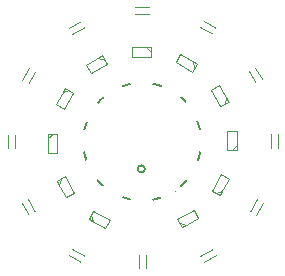
<source format=gto>
G04 #@! TF.GenerationSoftware,KiCad,Pcbnew,(5.1.12)-1*
G04 #@! TF.CreationDate,2021-11-24T10:48:37+01:00*
G04 #@! TF.ProjectId,solo-nixie,736f6c6f-2d6e-4697-9869-652e6b696361,rev?*
G04 #@! TF.SameCoordinates,Original*
G04 #@! TF.FileFunction,Legend,Top*
G04 #@! TF.FilePolarity,Positive*
%FSLAX46Y46*%
G04 Gerber Fmt 4.6, Leading zero omitted, Abs format (unit mm)*
G04 Created by KiCad (PCBNEW (5.1.12)-1) date 2021-11-24 10:48:37*
%MOMM*%
%LPD*%
G01*
G04 APERTURE LIST*
%ADD10C,0.150000*%
%ADD11C,0.120000*%
%ADD12O,1.000102X1.000102*%
%ADD13C,1.000102*%
%ADD14C,0.127000*%
%ADD15C,1.600102*%
%ADD16C,1.250102*%
G04 APERTURE END LIST*
D10*
X190700000Y-103900000D02*
G75*
G03*
X190700000Y-103900000I-300000J0D01*
G01*
X195475000Y-101606699D02*
G75*
G03*
X195475000Y-101606699I-5000000J0D01*
G01*
D11*
X183950962Y-97043782D02*
X184643782Y-97443782D01*
X184643782Y-97443782D02*
X183843782Y-98829423D01*
X183843782Y-98829423D02*
X183150962Y-98429423D01*
X183150962Y-98429423D02*
X183900962Y-97130385D01*
X183950962Y-97043782D02*
X183750962Y-97390192D01*
X183750962Y-97390192D02*
X184297372Y-97243782D01*
X183250962Y-104943782D02*
X183943782Y-104543782D01*
X183943782Y-104543782D02*
X184743782Y-105929423D01*
X184743782Y-105929423D02*
X184050962Y-106329423D01*
X184050962Y-106329423D02*
X183300962Y-105030385D01*
X183250962Y-104943782D02*
X183450962Y-105290192D01*
X183450962Y-105290192D02*
X183597372Y-104743782D01*
X182500000Y-100925400D02*
X183300000Y-100925400D01*
X183300000Y-100925400D02*
X183300000Y-102525400D01*
X183300000Y-102525400D02*
X182500000Y-102525400D01*
X182500000Y-102525400D02*
X182500000Y-101025400D01*
X182500000Y-100925400D02*
X182500000Y-101325400D01*
X182500000Y-101325400D02*
X182900000Y-100925400D01*
X187106218Y-94303590D02*
X187506218Y-94996410D01*
X187506218Y-94996410D02*
X186120577Y-95796410D01*
X186120577Y-95796410D02*
X185720577Y-95103590D01*
X185720577Y-95103590D02*
X187019615Y-94353590D01*
X187106218Y-94303590D02*
X186759808Y-94503590D01*
X186759808Y-94503590D02*
X187306218Y-94650000D01*
X191200000Y-93600000D02*
X191200000Y-94400000D01*
X191200000Y-94400000D02*
X189600000Y-94400000D01*
X189600000Y-94400000D02*
X189600000Y-93600000D01*
X189600000Y-93600000D02*
X191100000Y-93600000D01*
X191200000Y-93600000D02*
X190800000Y-93600000D01*
X190800000Y-93600000D02*
X191200000Y-94000000D01*
X195106218Y-95003590D02*
X194706218Y-95696410D01*
X194706218Y-95696410D02*
X193320577Y-94896410D01*
X193320577Y-94896410D02*
X193720577Y-94203590D01*
X193720577Y-94203590D02*
X195019615Y-94953590D01*
X195106218Y-95003590D02*
X194759808Y-94803590D01*
X194759808Y-94803590D02*
X194906218Y-95350000D01*
X197796410Y-98206218D02*
X197103590Y-98606218D01*
X197103590Y-98606218D02*
X196303590Y-97220577D01*
X196303590Y-97220577D02*
X196996410Y-96820577D01*
X196996410Y-96820577D02*
X197746410Y-98119615D01*
X197796410Y-98206218D02*
X197596410Y-97859808D01*
X197596410Y-97859808D02*
X197450000Y-98406218D01*
X198500000Y-102300000D02*
X197700000Y-102300000D01*
X197700000Y-102300000D02*
X197700000Y-100700000D01*
X197700000Y-100700000D02*
X198500000Y-100700000D01*
X198500000Y-100700000D02*
X198500000Y-102200000D01*
X198500000Y-102300000D02*
X198500000Y-101900000D01*
X198500000Y-101900000D02*
X198100000Y-102300000D01*
X197049038Y-106156218D02*
X196356218Y-105756218D01*
X196356218Y-105756218D02*
X197156218Y-104370577D01*
X197156218Y-104370577D02*
X197849038Y-104770577D01*
X197849038Y-104770577D02*
X197099038Y-106069615D01*
X197049038Y-106156218D02*
X197249038Y-105809808D01*
X197249038Y-105809808D02*
X196702628Y-105956218D01*
X193843782Y-108849038D02*
X193443782Y-108156218D01*
X193443782Y-108156218D02*
X194829423Y-107356218D01*
X194829423Y-107356218D02*
X195229423Y-108049038D01*
X195229423Y-108049038D02*
X193930385Y-108799038D01*
X193843782Y-108849038D02*
X194190192Y-108649038D01*
X194190192Y-108649038D02*
X193643782Y-108502628D01*
X185943782Y-108149038D02*
X186343782Y-107456218D01*
X186343782Y-107456218D02*
X187729423Y-108256218D01*
X187729423Y-108256218D02*
X187329423Y-108949038D01*
X187329423Y-108949038D02*
X186030385Y-108199038D01*
X185943782Y-108149038D02*
X186290192Y-108349038D01*
X186290192Y-108349038D02*
X186143782Y-107802628D01*
X190200000Y-112360000D02*
X190200000Y-111160000D01*
X190800000Y-111160000D02*
X190800000Y-112360000D01*
X181425208Y-95665360D02*
X180825208Y-96704590D01*
X180305592Y-96404590D02*
X180905592Y-95365360D01*
X180833208Y-106492985D02*
X181433208Y-107532215D01*
X180913592Y-107832215D02*
X180313592Y-106792985D01*
X179674800Y-101009400D02*
X179674800Y-102209400D01*
X179074800Y-102209400D02*
X179074800Y-101009400D01*
X185604590Y-91925208D02*
X184565360Y-92525208D01*
X184265360Y-92005592D02*
X185304590Y-91405592D01*
X191100000Y-90774800D02*
X189900000Y-90774800D01*
X189900000Y-90174800D02*
X191100000Y-90174800D01*
X196432215Y-92507808D02*
X195392985Y-91907808D01*
X195692985Y-91388192D02*
X196732215Y-91988192D01*
X200149392Y-96679190D02*
X199549392Y-95639960D01*
X200069008Y-95339960D02*
X200669008Y-96379190D01*
X201350600Y-102190600D02*
X201350600Y-100990600D01*
X201950600Y-100990600D02*
X201950600Y-102190600D01*
X199574792Y-107534640D02*
X200174792Y-106495410D01*
X200694408Y-106795410D02*
X200094408Y-107834640D01*
X195392985Y-111266792D02*
X196432215Y-110666792D01*
X196732215Y-111186408D02*
X195692985Y-111786408D01*
X184567785Y-110666792D02*
X185607015Y-111266792D01*
X185307015Y-111786408D02*
X184267785Y-111186408D01*
%LPC*%
X202955537Y-103932183D02*
X202977535Y-103791029D01*
X203390609Y-103614438D02*
X203524429Y-103683487D01*
X202728882Y-103174014D02*
X202771144Y-103226446D01*
X203225847Y-102391977D02*
X203175407Y-102436599D01*
X203148212Y-101851488D02*
X203149134Y-101708634D01*
X202926205Y-104120386D02*
X203914277Y-104274379D01*
X203383966Y-102926446D02*
X203418876Y-102356085D01*
X203296506Y-103599772D02*
X203390609Y-103614438D01*
X203323817Y-102350266D02*
X203225847Y-102391977D01*
X203418876Y-102356085D02*
X203323817Y-102350266D01*
X203244285Y-102870188D02*
X203383966Y-102926446D01*
X203383966Y-102926446D02*
X203479027Y-102932264D01*
X203432382Y-102091424D02*
X203289837Y-102042883D01*
X203122059Y-102528750D02*
X203113331Y-102671340D01*
X203175407Y-102436599D02*
X203122059Y-102528750D01*
X203624526Y-102893462D02*
X203725404Y-102804220D01*
X203603864Y-103792255D02*
X203636250Y-103893691D01*
X202987922Y-104033617D02*
X202955537Y-103932183D01*
X203787480Y-102569480D02*
X203745769Y-102471509D01*
X203552535Y-104121613D02*
X203443767Y-104201049D01*
X202823575Y-103184184D02*
X202781313Y-103131752D01*
X203479027Y-102932264D02*
X203624526Y-102893462D01*
X202771144Y-103226446D02*
X202823575Y-103184184D01*
X203039252Y-103704260D02*
X203148022Y-103624825D01*
X203067359Y-104142386D02*
X202987922Y-104033617D01*
X202977535Y-103791029D02*
X203039252Y-103704260D01*
X203614251Y-104034844D02*
X203552535Y-104121613D01*
X203524429Y-103683487D02*
X203603864Y-103792255D01*
X203725404Y-102804220D02*
X203778753Y-102712069D01*
X203148022Y-103624825D02*
X203296506Y-103599772D01*
X203195215Y-101947033D02*
X203148212Y-101851488D01*
X203778753Y-102712069D02*
X203787480Y-102569480D01*
X203060308Y-103209607D02*
X203723164Y-103280797D01*
X203155043Y-102769309D02*
X203244285Y-102870188D01*
X203636250Y-103893691D02*
X203614251Y-104034844D01*
X202781313Y-103131752D02*
X202728882Y-103174014D01*
X203813328Y-102093885D02*
X203146673Y-102089579D01*
X203113331Y-102671340D02*
X203155043Y-102769309D01*
X203289837Y-102042883D02*
X203195215Y-101947033D01*
X203745769Y-102471509D02*
X203656526Y-102370631D01*
X201236410Y-94687777D02*
X201206498Y-94819102D01*
X203773810Y-100618730D02*
X203760391Y-100476505D01*
X203141796Y-101263089D02*
X203136169Y-101120342D01*
X203193129Y-101356377D02*
X203141796Y-101263089D01*
X203292045Y-101447790D02*
X203193129Y-101356377D01*
X203165820Y-99569291D02*
X203634427Y-99484634D01*
X203436666Y-101489745D02*
X203292045Y-101447790D01*
X203416907Y-100891556D02*
X203363232Y-100322654D01*
X203072699Y-99053825D02*
X203541305Y-98969168D01*
X202305874Y-97117458D02*
X202252681Y-96984874D01*
X202389226Y-95648313D02*
X201711235Y-95793410D01*
X202995914Y-97648782D02*
X203116239Y-97558241D01*
X203166446Y-100771696D02*
X203270209Y-100857567D01*
X203178070Y-100387955D02*
X203135134Y-100439837D01*
X202910653Y-99228269D02*
X202940583Y-99126081D01*
X203003775Y-99743734D02*
X203033704Y-99641547D01*
X203817323Y-101474741D02*
X203151174Y-101500999D01*
X203735347Y-100718021D02*
X203773810Y-100618730D01*
X203013256Y-97090193D02*
X202085167Y-97462551D01*
X203110091Y-100681352D02*
X203166446Y-100771696D01*
X202940583Y-99126081D02*
X203072699Y-99053825D01*
X203268415Y-100331601D02*
X203178070Y-100387955D01*
X203363232Y-100322654D02*
X203268415Y-100331601D01*
X203278564Y-98645981D02*
X203403950Y-98562590D01*
X202228343Y-97906004D02*
X202995914Y-97648782D01*
X202628039Y-96272492D02*
X202651303Y-96209294D01*
X202564841Y-96249228D02*
X202628039Y-96272492D01*
X203424948Y-98458202D02*
X203387512Y-98320338D01*
X201711235Y-95793410D02*
X202210232Y-95312031D01*
X202571310Y-97267506D02*
X202385531Y-97188117D01*
X202385531Y-97188117D02*
X202305874Y-97117458D01*
X203704037Y-100386161D02*
X203600274Y-100300290D01*
X203760391Y-100476505D02*
X203704037Y-100386161D01*
X203029172Y-99884315D02*
X203003775Y-99743734D01*
X203649477Y-100821783D02*
X203735347Y-100718021D01*
X203403950Y-98562590D02*
X203424948Y-98458202D01*
X202376265Y-96781364D02*
X202818212Y-96604051D01*
X202252681Y-96984874D02*
X202261412Y-96878753D01*
X203511724Y-100882611D02*
X203649477Y-100821783D01*
X202651303Y-96209294D02*
X202588105Y-96186030D01*
X203416907Y-100891556D02*
X203511724Y-100882611D01*
X203270209Y-100857567D02*
X203416907Y-100891556D01*
X203096672Y-100539127D02*
X203110091Y-100681352D01*
X201216894Y-94925072D02*
X201292953Y-95045998D01*
X203092963Y-99969571D02*
X203029172Y-99884315D01*
X203135134Y-100439837D02*
X203096672Y-100539127D01*
X203033704Y-99641547D02*
X203165820Y-99569291D01*
X201890231Y-96129694D02*
X202389226Y-95648313D01*
X203258941Y-100084757D02*
X203092963Y-99969571D01*
X201331984Y-94571411D02*
X201236410Y-94687777D01*
X203387512Y-98320338D02*
X203316600Y-98240905D01*
X202589793Y-97935543D02*
X202483879Y-97619485D01*
X203116239Y-97558241D02*
X203131127Y-97452807D01*
X201206498Y-94819102D02*
X201216894Y-94925072D01*
X203316600Y-98240905D02*
X203141299Y-98140477D01*
X203131127Y-97452807D02*
X203100866Y-97362504D01*
X202999842Y-99454105D02*
X202936050Y-99368850D01*
X203727548Y-100000100D02*
X203071499Y-100118619D01*
X202819014Y-98770767D02*
X203278564Y-98645981D01*
X202210232Y-95312031D02*
X201532241Y-95457130D01*
X202681750Y-98265262D02*
X203325119Y-98090562D01*
X202261412Y-96878753D02*
X202376265Y-96781364D01*
X203165820Y-99569291D02*
X202999842Y-99454105D01*
X202936050Y-99368850D02*
X202910653Y-99228269D01*
X200377409Y-93502315D02*
X200362479Y-93636172D01*
X201837762Y-94928354D02*
X201867675Y-94797030D01*
X199861431Y-93118960D02*
X199832240Y-93016559D01*
X201292953Y-95045998D02*
X201383968Y-95101264D01*
X201498877Y-94128808D02*
X200955471Y-94515014D01*
X199133328Y-91537623D02*
X198998943Y-91546648D01*
X198797610Y-92066380D02*
X198905167Y-92160401D01*
X199384293Y-91757004D02*
X199343929Y-91658472D01*
X200570600Y-93896551D02*
X200704458Y-93911480D01*
X200449608Y-92774144D02*
X200478798Y-92876543D01*
X198757247Y-91967850D02*
X198797610Y-92066380D01*
X199343929Y-91658472D02*
X199236372Y-91564451D01*
X200817540Y-94320939D02*
X200734782Y-94204496D01*
X200808840Y-93279392D02*
X200674983Y-93264462D01*
X199429694Y-92593329D02*
X199328269Y-92560910D01*
X199328269Y-92560910D02*
X199226012Y-92461153D01*
X200191888Y-93268347D02*
X200057331Y-93262415D01*
X200994697Y-93435645D02*
X200905501Y-93324054D01*
X201002032Y-93673627D02*
X201016963Y-93539770D01*
X199564371Y-92591661D02*
X199429694Y-92593329D01*
X200920173Y-93800020D02*
X201002032Y-93673627D01*
X199957898Y-93224325D02*
X199861431Y-93118960D01*
X200353140Y-92668777D02*
X200449608Y-92774144D01*
X200086521Y-93364815D02*
X200824087Y-92689540D01*
X200057331Y-93262415D02*
X199957898Y-93224325D01*
X199008212Y-92187229D02*
X199142597Y-92178205D01*
X199236372Y-91564451D02*
X199133328Y-91537623D01*
X199964233Y-92249970D02*
X199498699Y-92727173D01*
X200704458Y-93911480D02*
X200845779Y-93859482D01*
X200905501Y-93324054D02*
X200808840Y-93279392D01*
X200119150Y-92624755D02*
X200253706Y-92630688D01*
X199393317Y-91891388D02*
X199384293Y-91757004D01*
X200911528Y-94370983D02*
X200817540Y-94320939D01*
X199832240Y-93016559D02*
X199838172Y-92882004D01*
X199335149Y-92030284D02*
X199393317Y-91891388D01*
X198779564Y-91797613D02*
X198752735Y-91900657D01*
X201188360Y-94349497D02*
X201044329Y-94393441D01*
X199911384Y-92750413D02*
X199981627Y-92686102D01*
X199272469Y-92101990D02*
X199335149Y-92030284D01*
X201016963Y-93539770D02*
X200994697Y-93435645D01*
X200478798Y-92876543D02*
X200472866Y-93011100D01*
X199698214Y-92522657D02*
X199564371Y-92591661D01*
X198905167Y-92160401D02*
X199008212Y-92187229D01*
X200384745Y-93740297D02*
X200473940Y-93851888D01*
X198752735Y-91900657D02*
X198757247Y-91967850D01*
X201781220Y-94570133D02*
X201690206Y-94514868D01*
X200253706Y-92630688D02*
X200353140Y-92668777D01*
X200473940Y-93851888D02*
X200570600Y-93896551D01*
X201867675Y-94797030D02*
X201857278Y-94691060D01*
X200005441Y-93799631D02*
X200786574Y-93175266D01*
X201661570Y-95095427D02*
X201742188Y-95044722D01*
X201383968Y-95101264D02*
X201515290Y-95131176D01*
X199981627Y-92686102D02*
X200119150Y-92624755D01*
X200362479Y-93636172D02*
X200384745Y-93740297D01*
X201515290Y-95131176D02*
X201661570Y-95095427D01*
X199142597Y-92178205D02*
X199272469Y-92101990D01*
X201412602Y-94520705D02*
X201331984Y-94571411D01*
X201558882Y-94484956D02*
X201412602Y-94520705D01*
X201742188Y-95044722D02*
X201837762Y-94928354D01*
X200845779Y-93859482D02*
X200920173Y-93800020D01*
X201690206Y-94514868D02*
X201558882Y-94484956D01*
X201044329Y-94393441D02*
X200911528Y-94370983D01*
X201857278Y-94691060D02*
X201781220Y-94570133D01*
X199838172Y-92882004D02*
X199911384Y-92750413D01*
X197494050Y-91001669D02*
X197585467Y-91121330D01*
X196825538Y-89870389D02*
X196719129Y-89866555D01*
X198613161Y-91047970D02*
X198726313Y-91135176D01*
X198375086Y-91044848D02*
X198470941Y-90998482D01*
X197722219Y-90580999D02*
X197815124Y-90528972D01*
X196191652Y-89541195D02*
X196062063Y-89481071D01*
X197903570Y-90992004D02*
X197733368Y-90818834D01*
X197733368Y-90818834D02*
X197681342Y-90725929D01*
X195715134Y-90002543D02*
X195781487Y-90085820D01*
X195668824Y-89876068D02*
X195715134Y-90002543D01*
X197695462Y-90620390D02*
X197722219Y-90580999D01*
X197681342Y-90725929D02*
X197695462Y-90620390D01*
X196867154Y-90489869D02*
X196977398Y-90387291D01*
X196445345Y-90368126D02*
X196506124Y-90455554D01*
X195725835Y-89640044D02*
X195685753Y-89726437D01*
X196304313Y-89750948D02*
X196258003Y-89624473D01*
X198142537Y-91346585D02*
X198122117Y-91451088D01*
X198122117Y-91451088D02*
X198206200Y-91576011D01*
X197960053Y-90569849D02*
X198078228Y-90650117D01*
X197815124Y-90528972D02*
X197960053Y-90569849D01*
X195685753Y-89726437D02*
X195668824Y-89876068D01*
X197848573Y-91242474D02*
X197941476Y-91190447D01*
X196737928Y-90527833D02*
X196867154Y-90489869D01*
X196950931Y-89938834D02*
X196825538Y-89870389D01*
X198319351Y-91663217D02*
X198461570Y-91712705D01*
X198810395Y-91260099D02*
X198789975Y-91364603D01*
X198325598Y-91187067D02*
X198346019Y-91082564D01*
X198577845Y-91561837D02*
X198531481Y-91465983D01*
X196407381Y-90238900D02*
X196445345Y-90368126D01*
X195781487Y-90085820D02*
X195911076Y-90145945D01*
X198371963Y-91282923D02*
X198325598Y-91187067D01*
X198206200Y-91576011D02*
X198319351Y-91663217D01*
X196719129Y-89866555D02*
X196589902Y-89904521D01*
X196287386Y-89900580D02*
X196304313Y-89750948D01*
X197011712Y-90026262D02*
X196950931Y-89938834D01*
X198726313Y-91135176D02*
X198810395Y-91260099D01*
X198842243Y-91725909D02*
X198779564Y-91797613D01*
X198470941Y-90998482D02*
X198613161Y-91047970D01*
X198557425Y-91666340D02*
X198577845Y-91561837D01*
X198461570Y-91712705D02*
X198557425Y-91666340D01*
X197539035Y-90346177D02*
X197523265Y-90280703D01*
X197585467Y-91121330D02*
X197703642Y-91201597D01*
X197049675Y-90155488D02*
X197011712Y-90026262D01*
X197023028Y-90303695D02*
X197049675Y-90155488D01*
X196247305Y-89986971D02*
X196287386Y-89900580D01*
X197955597Y-91084908D02*
X197903570Y-90992004D01*
X196258003Y-89624473D02*
X196191652Y-89541195D01*
X197508170Y-90896130D02*
X197494050Y-91001669D01*
X197523265Y-90280703D02*
X197457795Y-90296475D01*
X196631518Y-90524000D02*
X196737928Y-90527833D01*
X197473565Y-90361945D02*
X197539035Y-90346177D01*
X196143985Y-90096519D02*
X196247305Y-89986971D01*
X196977398Y-90387291D02*
X197023028Y-90303695D01*
X196506124Y-90455554D02*
X196631518Y-90524000D01*
X198169646Y-90769776D02*
X198155525Y-90875316D01*
X199272469Y-92101990D02*
X198842243Y-91725909D01*
X198346019Y-91082564D02*
X198375086Y-91044848D01*
X197703642Y-91201597D02*
X197848573Y-91242474D01*
X198078228Y-90650117D02*
X198169646Y-90769776D01*
X197941476Y-91190447D02*
X197955597Y-91084908D01*
X195955629Y-89484187D02*
X195829154Y-89530497D01*
X198531481Y-91465983D02*
X198371963Y-91282923D01*
X196062063Y-89481071D02*
X195955629Y-89484187D01*
X195829154Y-89530497D02*
X195725835Y-89640044D01*
X184049515Y-89789268D02*
X183943138Y-89793926D01*
X196017510Y-90142830D02*
X196143985Y-90096519D01*
X195911076Y-90145945D02*
X196017510Y-90142830D01*
X194443337Y-89340299D02*
X194605715Y-88892649D01*
X194439387Y-89490831D02*
X194443337Y-89340299D01*
X186337662Y-89439941D02*
X186231952Y-89427164D01*
X185696887Y-89062190D02*
X185815371Y-88969255D01*
X185639272Y-89183933D02*
X185696887Y-89062190D01*
X185488306Y-89645524D02*
X185474709Y-89495553D01*
X184336343Y-90011190D02*
X184290066Y-89927951D01*
X183721216Y-90080753D02*
X183749012Y-90228751D01*
X185103946Y-89241882D02*
X184973052Y-89299110D01*
X195139388Y-89795404D02*
X195005093Y-89746690D01*
X186145278Y-88901869D02*
X186267019Y-88959485D01*
X185764270Y-89392096D02*
X185687367Y-89318450D01*
X186475436Y-89542393D02*
X186398532Y-89468748D01*
X194512680Y-89568072D02*
X194439387Y-89490831D01*
X194752741Y-89604498D02*
X194646974Y-89616786D01*
X184495632Y-89514648D02*
X184939386Y-90410797D01*
X195245156Y-89783115D02*
X195139388Y-89795404D01*
X185687367Y-89318450D02*
X185639272Y-89183933D01*
X185994729Y-88905127D02*
X186145278Y-88901869D01*
X185815371Y-88969255D02*
X185994729Y-88905127D01*
X184907503Y-89743540D02*
X185008362Y-89855357D01*
X185210285Y-89247362D02*
X185103946Y-89241882D01*
X184035840Y-90450671D02*
X184142217Y-90446014D01*
X183906324Y-90413709D02*
X184035840Y-90450671D01*
X185133776Y-89904469D02*
X185240114Y-89909948D01*
X183749012Y-90228751D02*
X183795289Y-90311990D01*
X185371008Y-89852721D02*
X185439195Y-89770937D01*
X185439195Y-89770937D02*
X185488306Y-89645524D01*
X194646974Y-89616786D02*
X194512680Y-89568072D01*
X194935751Y-89518916D02*
X194752741Y-89604498D01*
X186507500Y-89632071D02*
X186475436Y-89542393D01*
X194935751Y-89518916D02*
X195098129Y-89071265D01*
X185008362Y-89855357D02*
X185133776Y-89904469D01*
X185335698Y-89296472D02*
X185210285Y-89247362D01*
X185474709Y-89495553D02*
X185436558Y-89408291D01*
X194931801Y-89669449D02*
X194935751Y-89518916D01*
X184142217Y-90446014D02*
X184267076Y-90376599D01*
X195005093Y-89746690D02*
X194931801Y-89669449D01*
X184290066Y-89927951D02*
X184179031Y-89826229D01*
X195428165Y-89697532D02*
X195245156Y-89783115D01*
X183818279Y-89863341D02*
X183758178Y-89951237D01*
X186449885Y-89753814D02*
X186507500Y-89632071D01*
X195590545Y-89249884D02*
X195363213Y-89876595D01*
X186398532Y-89468748D02*
X186337662Y-89439941D01*
X183758178Y-89951237D02*
X183721216Y-90080753D01*
X186331400Y-89846749D02*
X186449885Y-89753814D01*
X184179031Y-89826229D02*
X184049515Y-89789268D01*
X185240114Y-89909948D02*
X185371008Y-89852721D01*
X184855755Y-89506308D02*
X184869352Y-89656278D01*
X184973052Y-89299110D02*
X184904867Y-89380893D01*
X183943138Y-89793926D02*
X183818279Y-89863341D01*
X185879752Y-89856520D02*
X186001495Y-89914134D01*
X184904867Y-89380893D02*
X184855755Y-89506308D01*
X185930853Y-89433678D02*
X185825143Y-89420904D01*
X186152044Y-89910877D02*
X186331400Y-89846749D01*
X184869352Y-89656278D02*
X184907503Y-89743540D01*
X183795289Y-90311990D02*
X183906324Y-90413709D01*
X186001495Y-89914134D02*
X186152044Y-89910877D01*
X185436558Y-89408291D02*
X185335698Y-89296472D01*
X186231952Y-89427164D02*
X185930853Y-89433678D01*
X185825143Y-89420904D02*
X185764270Y-89392096D01*
X181269453Y-92932053D02*
X181271279Y-92999372D01*
X180366077Y-93292015D02*
X180469278Y-93318231D01*
X180754333Y-93061062D02*
X180744513Y-92926734D01*
X180130214Y-92836595D02*
X180103996Y-92939796D01*
X180728116Y-93164263D02*
X180754333Y-93061062D01*
X180103996Y-92939796D02*
X180113816Y-93074124D01*
X181224087Y-91709286D02*
X181310800Y-92552674D01*
X180847466Y-92073335D02*
X181687423Y-92188623D01*
X182076540Y-92169423D02*
X182072431Y-92236642D01*
X182072431Y-92236642D02*
X182139649Y-92240751D01*
X181096591Y-92768322D02*
X180612578Y-92309872D01*
X182143758Y-92173534D02*
X182076540Y-92169423D01*
X181271279Y-92999372D02*
X181338597Y-92997546D01*
X181336772Y-92930227D02*
X181269453Y-92932053D01*
X180667530Y-92797315D02*
X180595456Y-92735060D01*
X180294003Y-93229761D02*
X180366077Y-93292015D01*
X181338597Y-92997546D02*
X181336772Y-92930227D01*
X180223597Y-92728483D02*
X180130214Y-92836595D01*
X180321888Y-92687535D02*
X180223597Y-92728483D01*
X180536443Y-93313322D02*
X180634735Y-93272374D01*
X180667530Y-92797315D02*
X180294003Y-93229761D01*
X180469278Y-93318231D02*
X180536443Y-93313322D01*
X180456216Y-92677717D02*
X180321888Y-92687535D01*
X180744513Y-92926734D02*
X180667530Y-92797315D01*
X180634735Y-93272374D02*
X180728116Y-93164263D01*
X184327177Y-90288702D02*
X184364139Y-90159186D01*
X184364139Y-90159186D02*
X184336343Y-90011190D01*
X184267076Y-90376599D02*
X184327177Y-90288702D01*
X183593832Y-90469395D02*
X182880061Y-90943972D01*
X181805400Y-91216402D02*
X182427501Y-91999338D01*
X182949458Y-91584605D02*
X181805400Y-91216402D01*
X180595456Y-92735060D02*
X180456216Y-92677717D01*
X182327359Y-90801668D02*
X182949458Y-91584605D01*
X181918771Y-91991104D02*
X181477012Y-91491810D01*
X182139649Y-92240751D02*
X182143758Y-92173534D01*
D12*
X187960000Y-88900000D03*
X189230000Y-88900000D03*
X190500000Y-88900000D03*
X191770000Y-88900000D03*
D13*
X193040000Y-88900000D03*
D14*
G36*
X189456990Y-106724441D02*
G01*
X189857010Y-104724339D01*
X190957094Y-104724339D01*
X191357114Y-106724441D01*
X189456990Y-106724441D01*
G37*
G36*
X192133338Y-106516453D02*
G01*
X191479714Y-104584303D01*
X192432415Y-104034261D01*
X193778893Y-105566391D01*
X192133338Y-106516453D01*
G37*
G36*
X194416743Y-104979501D02*
G01*
X192884613Y-103633023D01*
X193434655Y-102680322D01*
X195366805Y-103333946D01*
X194416743Y-104979501D01*
G37*
G36*
X195556140Y-102488108D02*
G01*
X193556038Y-102088088D01*
X193556038Y-100988004D01*
X195556140Y-100587984D01*
X195556140Y-102488108D01*
G37*
G36*
X195348152Y-99811760D02*
G01*
X193416002Y-100465384D01*
X192865960Y-99512683D01*
X194398090Y-98166205D01*
X195348152Y-99811760D01*
G37*
G36*
X193847803Y-97664956D02*
G01*
X192501325Y-99197086D01*
X191548624Y-98647044D01*
X192202248Y-96714894D01*
X193847803Y-97664956D01*
G37*
G36*
X191356409Y-96525559D02*
G01*
X190956389Y-98525661D01*
X189856305Y-98525661D01*
X189456285Y-96525559D01*
X191356409Y-96525559D01*
G37*
G36*
X188680061Y-96733547D02*
G01*
X189333685Y-98665697D01*
X188380984Y-99215739D01*
X187034506Y-97683609D01*
X188680061Y-96733547D01*
G37*
G36*
X186533257Y-98233896D02*
G01*
X188065387Y-99580374D01*
X187515345Y-100533075D01*
X185583195Y-99879451D01*
X186533257Y-98233896D01*
G37*
G36*
X185357258Y-100588688D02*
G01*
X187357360Y-100988708D01*
X187357360Y-102088792D01*
X185357258Y-102488812D01*
X185357258Y-100588688D01*
G37*
G36*
X185565246Y-103265036D02*
G01*
X187497396Y-102611412D01*
X188047438Y-103564113D01*
X186515308Y-104910591D01*
X185565246Y-103265036D01*
G37*
G36*
X187102198Y-105548442D02*
G01*
X188448676Y-104016312D01*
X189401377Y-104566354D01*
X188747753Y-106498504D01*
X187102198Y-105548442D01*
G37*
D15*
X187000000Y-114050000D03*
X194000000Y-114050000D03*
D16*
X188000000Y-111350000D03*
X193000000Y-111350000D03*
G36*
G01*
X184266943Y-98496385D02*
X184666943Y-97803565D01*
G75*
G02*
X184667013Y-97803546I44J-25D01*
G01*
X185533039Y-98303546D01*
G75*
G02*
X185533057Y-98303615I-26J-44D01*
G01*
X185133057Y-98996435D01*
G75*
G02*
X185132987Y-98996454I-44J25D01*
G01*
X184266961Y-98496454D01*
G75*
G02*
X184266943Y-98496385I26J44D01*
G01*
G37*
G36*
G01*
X181886687Y-98219109D02*
X182286687Y-97526289D01*
G75*
G02*
X182286757Y-97526270I44J-25D01*
G01*
X183152783Y-98026270D01*
G75*
G02*
X183152801Y-98026339I-26J-44D01*
G01*
X182752801Y-98719159D01*
G75*
G02*
X182752731Y-98719178I-44J25D01*
G01*
X181886705Y-98219178D01*
G75*
G02*
X181886687Y-98219109I26J44D01*
G01*
G37*
G36*
G01*
X182836687Y-96573661D02*
X183236687Y-95880841D01*
G75*
G02*
X183236757Y-95880822I44J-25D01*
G01*
X184102783Y-96380822D01*
G75*
G02*
X184102801Y-96380891I-26J-44D01*
G01*
X183702801Y-97073711D01*
G75*
G02*
X183702731Y-97073730I-44J25D01*
G01*
X182836705Y-96573730D01*
G75*
G02*
X182836687Y-96573661I26J44D01*
G01*
G37*
G36*
G01*
X184666943Y-105396435D02*
X184266943Y-104703615D01*
G75*
G02*
X184266962Y-104703546I44J25D01*
G01*
X185132988Y-104203546D01*
G75*
G02*
X185133057Y-104203565I25J-44D01*
G01*
X185533057Y-104896385D01*
G75*
G02*
X185533039Y-104896454I-44J-25D01*
G01*
X184667013Y-105396454D01*
G75*
G02*
X184666943Y-105396435I-26J44D01*
G01*
G37*
G36*
G01*
X183236687Y-107319159D02*
X182836687Y-106626339D01*
G75*
G02*
X182836706Y-106626270I44J25D01*
G01*
X183702732Y-106126270D01*
G75*
G02*
X183702801Y-106126289I25J-44D01*
G01*
X184102801Y-106819109D01*
G75*
G02*
X184102783Y-106819178I-44J-25D01*
G01*
X183236757Y-107319178D01*
G75*
G02*
X183236687Y-107319159I-26J44D01*
G01*
G37*
G36*
G01*
X182286687Y-105673711D02*
X181886687Y-104980891D01*
G75*
G02*
X181886706Y-104980822I44J25D01*
G01*
X182752732Y-104480822D01*
G75*
G02*
X182752801Y-104480841I25J-44D01*
G01*
X183152801Y-105173661D01*
G75*
G02*
X183152783Y-105173730I-44J-25D01*
G01*
X182286757Y-105673730D01*
G75*
G02*
X182286687Y-105673711I-26J44D01*
G01*
G37*
G36*
G01*
X183499949Y-102025400D02*
X183499949Y-101225400D01*
G75*
G02*
X183500000Y-101225349I51J0D01*
G01*
X184500000Y-101225349D01*
G75*
G02*
X184500051Y-101225400I0J-51D01*
G01*
X184500051Y-102025400D01*
G75*
G02*
X184500000Y-102025451I-51J0D01*
G01*
X183500000Y-102025451D01*
G75*
G02*
X183499949Y-102025400I0J51D01*
G01*
G37*
G36*
G01*
X181299949Y-102975400D02*
X181299949Y-102175400D01*
G75*
G02*
X181300000Y-102175349I51J0D01*
G01*
X182300000Y-102175349D01*
G75*
G02*
X182300051Y-102175400I0J-51D01*
G01*
X182300051Y-102975400D01*
G75*
G02*
X182300000Y-102975451I-51J0D01*
G01*
X181300000Y-102975451D01*
G75*
G02*
X181299949Y-102975400I0J51D01*
G01*
G37*
G36*
G01*
X181299949Y-101075400D02*
X181299949Y-100275400D01*
G75*
G02*
X181300000Y-100275349I51J0D01*
G01*
X182300000Y-100275349D01*
G75*
G02*
X182300051Y-100275400I0J-51D01*
G01*
X182300051Y-101075400D01*
G75*
G02*
X182300000Y-101075451I-51J0D01*
G01*
X181300000Y-101075451D01*
G75*
G02*
X181299949Y-101075400I0J51D01*
G01*
G37*
G36*
G01*
X186653565Y-95719571D02*
X187346385Y-95319571D01*
G75*
G02*
X187346454Y-95319589I25J-44D01*
G01*
X187846454Y-96185615D01*
G75*
G02*
X187846436Y-96185685I-44J-26D01*
G01*
X187153616Y-96585685D01*
G75*
G02*
X187153546Y-96585666I-26J44D01*
G01*
X186653546Y-95719640D01*
G75*
G02*
X186653565Y-95719571I44J25D01*
G01*
G37*
G36*
G01*
X184730841Y-94289315D02*
X185423661Y-93889315D01*
G75*
G02*
X185423730Y-93889333I25J-44D01*
G01*
X185923730Y-94755359D01*
G75*
G02*
X185923712Y-94755429I-44J-26D01*
G01*
X185230892Y-95155429D01*
G75*
G02*
X185230822Y-95155410I-26J44D01*
G01*
X184730822Y-94289384D01*
G75*
G02*
X184730841Y-94289315I44J25D01*
G01*
G37*
G36*
G01*
X186376289Y-93339315D02*
X187069109Y-92939315D01*
G75*
G02*
X187069178Y-92939333I25J-44D01*
G01*
X187569178Y-93805359D01*
G75*
G02*
X187569160Y-93805429I-44J-26D01*
G01*
X186876340Y-94205429D01*
G75*
G02*
X186876270Y-94205410I-26J44D01*
G01*
X186376270Y-93339384D01*
G75*
G02*
X186376289Y-93339315I44J25D01*
G01*
G37*
G36*
G01*
X190100000Y-94599949D02*
X190900000Y-94599949D01*
G75*
G02*
X190900051Y-94600000I0J-51D01*
G01*
X190900051Y-95600000D01*
G75*
G02*
X190900000Y-95600051I-51J0D01*
G01*
X190100000Y-95600051D01*
G75*
G02*
X190099949Y-95600000I0J51D01*
G01*
X190099949Y-94600000D01*
G75*
G02*
X190100000Y-94599949I51J0D01*
G01*
G37*
G36*
G01*
X189150000Y-92399949D02*
X189950000Y-92399949D01*
G75*
G02*
X189950051Y-92400000I0J-51D01*
G01*
X189950051Y-93400000D01*
G75*
G02*
X189950000Y-93400051I-51J0D01*
G01*
X189150000Y-93400051D01*
G75*
G02*
X189149949Y-93400000I0J51D01*
G01*
X189149949Y-92400000D01*
G75*
G02*
X189150000Y-92399949I51J0D01*
G01*
G37*
G36*
G01*
X191050000Y-92399949D02*
X191850000Y-92399949D01*
G75*
G02*
X191850051Y-92400000I0J-51D01*
G01*
X191850051Y-93400000D01*
G75*
G02*
X191850000Y-93400051I-51J0D01*
G01*
X191050000Y-93400051D01*
G75*
G02*
X191049949Y-93400000I0J51D01*
G01*
X191049949Y-92400000D01*
G75*
G02*
X191050000Y-92399949I51J0D01*
G01*
G37*
G36*
G01*
X193653616Y-95319571D02*
X194346436Y-95719571D01*
G75*
G02*
X194346454Y-95719640I-26J-44D01*
G01*
X193846454Y-96585666D01*
G75*
G02*
X193846384Y-96585685I-44J25D01*
G01*
X193153564Y-96185685D01*
G75*
G02*
X193153546Y-96185616I26J44D01*
G01*
X193653546Y-95319590D01*
G75*
G02*
X193653616Y-95319571I44J-25D01*
G01*
G37*
G36*
G01*
X193930892Y-92939315D02*
X194623712Y-93339315D01*
G75*
G02*
X194623730Y-93339384I-26J-44D01*
G01*
X194123730Y-94205410D01*
G75*
G02*
X194123660Y-94205429I-44J25D01*
G01*
X193430840Y-93805429D01*
G75*
G02*
X193430822Y-93805360I26J44D01*
G01*
X193930822Y-92939334D01*
G75*
G02*
X193930892Y-92939315I44J-25D01*
G01*
G37*
G36*
G01*
X195576340Y-93889315D02*
X196269160Y-94289315D01*
G75*
G02*
X196269178Y-94289384I-26J-44D01*
G01*
X195769178Y-95155410D01*
G75*
G02*
X195769108Y-95155429I-44J25D01*
G01*
X195076288Y-94755429D01*
G75*
G02*
X195076270Y-94755360I26J44D01*
G01*
X195576270Y-93889334D01*
G75*
G02*
X195576340Y-93889315I44J-25D01*
G01*
G37*
G36*
G01*
X196380429Y-97753565D02*
X196780429Y-98446384D01*
G75*
G02*
X196780411Y-98446454I-44J-26D01*
G01*
X195914385Y-98946454D01*
G75*
G02*
X195914315Y-98946435I-26J44D01*
G01*
X195514315Y-98253615D01*
G75*
G02*
X195514334Y-98253546I44J25D01*
G01*
X196380360Y-97753546D01*
G75*
G02*
X196380429Y-97753565I25J-44D01*
G01*
G37*
G36*
G01*
X197810685Y-95830841D02*
X198210685Y-96523660D01*
G75*
G02*
X198210667Y-96523730I-44J-26D01*
G01*
X197344641Y-97023730D01*
G75*
G02*
X197344571Y-97023711I-26J44D01*
G01*
X196944571Y-96330891D01*
G75*
G02*
X196944590Y-96330822I44J25D01*
G01*
X197810616Y-95830822D01*
G75*
G02*
X197810685Y-95830841I25J-44D01*
G01*
G37*
G36*
G01*
X198760685Y-97476289D02*
X199160685Y-98169108D01*
G75*
G02*
X199160667Y-98169178I-44J-26D01*
G01*
X198294641Y-98669178D01*
G75*
G02*
X198294571Y-98669159I-26J44D01*
G01*
X197894571Y-97976339D01*
G75*
G02*
X197894590Y-97976270I44J25D01*
G01*
X198760616Y-97476270D01*
G75*
G02*
X198760685Y-97476289I25J-44D01*
G01*
G37*
G36*
G01*
X197500051Y-101200000D02*
X197500051Y-102000000D01*
G75*
G02*
X197500000Y-102000051I-51J0D01*
G01*
X196500000Y-102000051D01*
G75*
G02*
X196499949Y-102000000I0J51D01*
G01*
X196499949Y-101200000D01*
G75*
G02*
X196500000Y-101199949I51J0D01*
G01*
X197500000Y-101199949D01*
G75*
G02*
X197500051Y-101200000I0J-51D01*
G01*
G37*
G36*
G01*
X199700051Y-100250000D02*
X199700051Y-101050000D01*
G75*
G02*
X199700000Y-101050051I-51J0D01*
G01*
X198700000Y-101050051D01*
G75*
G02*
X198699949Y-101050000I0J51D01*
G01*
X198699949Y-100250000D01*
G75*
G02*
X198700000Y-100249949I51J0D01*
G01*
X199700000Y-100249949D01*
G75*
G02*
X199700051Y-100250000I0J-51D01*
G01*
G37*
G36*
G01*
X199700051Y-102150000D02*
X199700051Y-102950000D01*
G75*
G02*
X199700000Y-102950051I-51J0D01*
G01*
X198700000Y-102950051D01*
G75*
G02*
X198699949Y-102950000I0J51D01*
G01*
X198699949Y-102150000D01*
G75*
G02*
X198700000Y-102149949I51J0D01*
G01*
X199700000Y-102149949D01*
G75*
G02*
X199700051Y-102150000I0J-51D01*
G01*
G37*
G36*
G01*
X196733057Y-104703615D02*
X196333057Y-105396435D01*
G75*
G02*
X196332987Y-105396454I-44J25D01*
G01*
X195466961Y-104896454D01*
G75*
G02*
X195466943Y-104896385I26J44D01*
G01*
X195866943Y-104203565D01*
G75*
G02*
X195867013Y-104203546I44J-25D01*
G01*
X196733039Y-104703546D01*
G75*
G02*
X196733057Y-104703615I-26J-44D01*
G01*
G37*
G36*
G01*
X199113313Y-104980891D02*
X198713313Y-105673711D01*
G75*
G02*
X198713243Y-105673730I-44J25D01*
G01*
X197847217Y-105173730D01*
G75*
G02*
X197847199Y-105173661I26J44D01*
G01*
X198247199Y-104480841D01*
G75*
G02*
X198247269Y-104480822I44J-25D01*
G01*
X199113295Y-104980822D01*
G75*
G02*
X199113313Y-104980891I-26J-44D01*
G01*
G37*
G36*
G01*
X198163313Y-106626339D02*
X197763313Y-107319159D01*
G75*
G02*
X197763243Y-107319178I-44J25D01*
G01*
X196897217Y-106819178D01*
G75*
G02*
X196897199Y-106819109I26J44D01*
G01*
X197297199Y-106126289D01*
G75*
G02*
X197297269Y-106126270I44J-25D01*
G01*
X198163295Y-106626270D01*
G75*
G02*
X198163313Y-106626339I-26J-44D01*
G01*
G37*
G36*
G01*
X194296436Y-107433057D02*
X193603616Y-107833057D01*
G75*
G02*
X193603546Y-107833038I-26J44D01*
G01*
X193103546Y-106967012D01*
G75*
G02*
X193103565Y-106966943I44J25D01*
G01*
X193796385Y-106566943D01*
G75*
G02*
X193796454Y-106566962I25J-44D01*
G01*
X194296454Y-107432988D01*
G75*
G02*
X194296436Y-107433057I-44J-25D01*
G01*
G37*
G36*
G01*
X196219160Y-108863313D02*
X195526340Y-109263313D01*
G75*
G02*
X195526270Y-109263294I-26J44D01*
G01*
X195026270Y-108397268D01*
G75*
G02*
X195026289Y-108397199I44J25D01*
G01*
X195719109Y-107997199D01*
G75*
G02*
X195719178Y-107997218I25J-44D01*
G01*
X196219178Y-108863244D01*
G75*
G02*
X196219160Y-108863313I-44J-25D01*
G01*
G37*
G36*
G01*
X194573712Y-109813313D02*
X193880892Y-110213313D01*
G75*
G02*
X193880822Y-110213294I-26J44D01*
G01*
X193380822Y-109347268D01*
G75*
G02*
X193380841Y-109347199I44J25D01*
G01*
X194073661Y-108947199D01*
G75*
G02*
X194073730Y-108947218I25J-44D01*
G01*
X194573730Y-109813244D01*
G75*
G02*
X194573712Y-109813313I-44J-25D01*
G01*
G37*
G36*
G01*
X187396385Y-107833057D02*
X186703564Y-107433057D01*
G75*
G02*
X186703546Y-107432988I26J44D01*
G01*
X187203546Y-106566962D01*
G75*
G02*
X187203616Y-106566943I44J-25D01*
G01*
X187896436Y-106966943D01*
G75*
G02*
X187896454Y-106967012I-26J-44D01*
G01*
X187396454Y-107833038D01*
G75*
G02*
X187396385Y-107833057I-44J25D01*
G01*
G37*
G36*
G01*
X187119109Y-110213313D02*
X186426288Y-109813313D01*
G75*
G02*
X186426270Y-109813244I26J44D01*
G01*
X186926270Y-108947218D01*
G75*
G02*
X186926340Y-108947199I44J-25D01*
G01*
X187619160Y-109347199D01*
G75*
G02*
X187619178Y-109347268I-26J-44D01*
G01*
X187119178Y-110213294D01*
G75*
G02*
X187119109Y-110213313I-44J25D01*
G01*
G37*
G36*
G01*
X185473661Y-109263313D02*
X184780840Y-108863313D01*
G75*
G02*
X184780822Y-108863244I26J44D01*
G01*
X185280822Y-107997218D01*
G75*
G02*
X185280892Y-107997199I44J-25D01*
G01*
X185973712Y-108397199D01*
G75*
G02*
X185973730Y-108397268I-26J-44D01*
G01*
X185473730Y-109263294D01*
G75*
G02*
X185473661Y-109263313I-44J25D01*
G01*
G37*
G36*
G01*
X190199974Y-109959949D02*
X190800026Y-109959949D01*
G75*
G02*
X191100051Y-110259974I0J-300025D01*
G01*
X191100051Y-110860026D01*
G75*
G02*
X190800026Y-111160051I-300025J0D01*
G01*
X190199974Y-111160051D01*
G75*
G02*
X189899949Y-110860026I0J300025D01*
G01*
X189899949Y-110259974D01*
G75*
G02*
X190199974Y-109959949I300025J0D01*
G01*
G37*
G36*
G01*
X190199974Y-112359949D02*
X190800026Y-112359949D01*
G75*
G02*
X191100051Y-112659974I0J-300025D01*
G01*
X191100051Y-113260026D01*
G75*
G02*
X190800026Y-113560051I-300025J0D01*
G01*
X190199974Y-113560051D01*
G75*
G02*
X189899949Y-113260026I0J300025D01*
G01*
X189899949Y-112659974D01*
G75*
G02*
X190199974Y-112359949I300025J0D01*
G01*
G37*
G36*
G01*
X180225205Y-97743877D02*
X179705544Y-97443851D01*
G75*
G02*
X179595728Y-97034010I150013J259829D01*
G01*
X179895754Y-96514350D01*
G75*
G02*
X180305596Y-96404533I259829J-150012D01*
G01*
X180825256Y-96704559D01*
G75*
G02*
X180935072Y-97114400I-150013J-259829D01*
G01*
X180635046Y-97634060D01*
G75*
G02*
X180225205Y-97743877I-259829J150012D01*
G01*
G37*
G36*
G01*
X181425205Y-95665417D02*
X180905544Y-95365391D01*
G75*
G02*
X180795728Y-94955550I150013J259829D01*
G01*
X181095754Y-94435890D01*
G75*
G02*
X181505596Y-94326073I259829J-150012D01*
G01*
X182025256Y-94626099D01*
G75*
G02*
X182135072Y-95035940I-150013J-259829D01*
G01*
X181835046Y-95555600D01*
G75*
G02*
X181425205Y-95665417I-259829J150012D01*
G01*
G37*
G36*
G01*
X182033256Y-108571476D02*
X181513596Y-108871502D01*
G75*
G02*
X181103754Y-108761685I-150013J259829D01*
G01*
X180803728Y-108242025D01*
G75*
G02*
X180913545Y-107832184I259829J150012D01*
G01*
X181433205Y-107532158D01*
G75*
G02*
X181843046Y-107641975I150012J-259829D01*
G01*
X182143072Y-108161635D01*
G75*
G02*
X182033256Y-108571476I-259829J-150012D01*
G01*
G37*
G36*
G01*
X180833256Y-106493016D02*
X180313596Y-106793042D01*
G75*
G02*
X179903754Y-106683225I-150013J259829D01*
G01*
X179603728Y-106163565D01*
G75*
G02*
X179713545Y-105753724I259829J150012D01*
G01*
X180233205Y-105453698D01*
G75*
G02*
X180643046Y-105563515I150012J-259829D01*
G01*
X180943072Y-106083175D01*
G75*
G02*
X180833256Y-106493016I-259829J-150012D01*
G01*
G37*
G36*
G01*
X179674826Y-103409451D02*
X179074774Y-103409451D01*
G75*
G02*
X178774749Y-103109426I0J300025D01*
G01*
X178774749Y-102509374D01*
G75*
G02*
X179074774Y-102209349I300025J0D01*
G01*
X179674826Y-102209349D01*
G75*
G02*
X179974851Y-102509374I0J-300025D01*
G01*
X179974851Y-103109426D01*
G75*
G02*
X179674826Y-103409451I-300025J0D01*
G01*
G37*
G36*
G01*
X179674826Y-101009451D02*
X179074774Y-101009451D01*
G75*
G02*
X178774749Y-100709426I0J300025D01*
G01*
X178774749Y-100109374D01*
G75*
G02*
X179074774Y-99809349I300025J0D01*
G01*
X179674826Y-99809349D01*
G75*
G02*
X179974851Y-100109374I0J-300025D01*
G01*
X179974851Y-100709426D01*
G75*
G02*
X179674826Y-101009451I-300025J0D01*
G01*
G37*
G36*
G01*
X183526099Y-93125255D02*
X183226073Y-92605595D01*
G75*
G02*
X183335890Y-92195754I259829J150012D01*
G01*
X183855550Y-91895728D01*
G75*
G02*
X184265391Y-92005545I150012J-259829D01*
G01*
X184565417Y-92525205D01*
G75*
G02*
X184455601Y-92935046I-259829J-150012D01*
G01*
X183935941Y-93235072D01*
G75*
G02*
X183526099Y-93125255I-150013J259829D01*
G01*
G37*
G36*
G01*
X185604559Y-91925255D02*
X185304533Y-91405595D01*
G75*
G02*
X185414350Y-90995754I259829J150012D01*
G01*
X185934010Y-90695728D01*
G75*
G02*
X186343851Y-90805545I150012J-259829D01*
G01*
X186643877Y-91325205D01*
G75*
G02*
X186534061Y-91735046I-259829J-150012D01*
G01*
X186014401Y-92035072D01*
G75*
G02*
X185604559Y-91925255I-150013J259829D01*
G01*
G37*
G36*
G01*
X188699949Y-90774826D02*
X188699949Y-90174774D01*
G75*
G02*
X188999974Y-89874749I300025J0D01*
G01*
X189600026Y-89874749D01*
G75*
G02*
X189900051Y-90174774I0J-300025D01*
G01*
X189900051Y-90774826D01*
G75*
G02*
X189600026Y-91074851I-300025J0D01*
G01*
X188999974Y-91074851D01*
G75*
G02*
X188699949Y-90774826I0J300025D01*
G01*
G37*
G36*
G01*
X191099949Y-90774826D02*
X191099949Y-90174774D01*
G75*
G02*
X191399974Y-89874749I300025J0D01*
G01*
X192000026Y-89874749D01*
G75*
G02*
X192300051Y-90174774I0J-300025D01*
G01*
X192300051Y-90774826D01*
G75*
G02*
X192000026Y-91074851I-300025J0D01*
G01*
X191399974Y-91074851D01*
G75*
G02*
X191099949Y-90774826I0J300025D01*
G01*
G37*
G36*
G01*
X194353698Y-91307805D02*
X194653724Y-90788145D01*
G75*
G02*
X195063566Y-90678328I259829J-150012D01*
G01*
X195583226Y-90978354D01*
G75*
G02*
X195693042Y-91388195I-150013J-259829D01*
G01*
X195393016Y-91907855D01*
G75*
G02*
X194983174Y-92017672I-259829J150012D01*
G01*
X194463514Y-91717646D01*
G75*
G02*
X194353698Y-91307805I150013J259829D01*
G01*
G37*
G36*
G01*
X196432158Y-92507805D02*
X196732184Y-91988145D01*
G75*
G02*
X197142026Y-91878328I259829J-150012D01*
G01*
X197661686Y-92178354D01*
G75*
G02*
X197771502Y-92588195I-150013J-259829D01*
G01*
X197471476Y-93107855D01*
G75*
G02*
X197061634Y-93217672I-259829J150012D01*
G01*
X196541974Y-92917646D01*
G75*
G02*
X196432158Y-92507805I150013J259829D01*
G01*
G37*
G36*
G01*
X198949345Y-94600699D02*
X199469005Y-94300673D01*
G75*
G02*
X199878846Y-94410489I150012J-259829D01*
G01*
X200178872Y-94930149D01*
G75*
G02*
X200069056Y-95339991I-259829J-150013D01*
G01*
X199549396Y-95640017D01*
G75*
G02*
X199139554Y-95530200I-150013J259829D01*
G01*
X198839528Y-95010540D01*
G75*
G02*
X198949345Y-94600699I259829J150012D01*
G01*
G37*
G36*
G01*
X200149345Y-96679159D02*
X200669005Y-96379133D01*
G75*
G02*
X201078846Y-96488949I150012J-259829D01*
G01*
X201378872Y-97008609D01*
G75*
G02*
X201269056Y-97418451I-259829J-150013D01*
G01*
X200749396Y-97718477D01*
G75*
G02*
X200339554Y-97608660I-150013J259829D01*
G01*
X200039528Y-97089000D01*
G75*
G02*
X200149345Y-96679159I259829J150012D01*
G01*
G37*
G36*
G01*
X201350574Y-99790549D02*
X201950626Y-99790549D01*
G75*
G02*
X202250651Y-100090574I0J-300025D01*
G01*
X202250651Y-100690626D01*
G75*
G02*
X201950626Y-100990651I-300025J0D01*
G01*
X201350574Y-100990651D01*
G75*
G02*
X201050549Y-100690626I0J300025D01*
G01*
X201050549Y-100090574D01*
G75*
G02*
X201350574Y-99790549I300025J0D01*
G01*
G37*
G36*
G01*
X201350574Y-102190549D02*
X201950626Y-102190549D01*
G75*
G02*
X202250651Y-102490574I0J-300025D01*
G01*
X202250651Y-103090626D01*
G75*
G02*
X201950626Y-103390651I-300025J0D01*
G01*
X201350574Y-103390651D01*
G75*
G02*
X201050549Y-103090626I0J300025D01*
G01*
X201050549Y-102490574D01*
G75*
G02*
X201350574Y-102190549I300025J0D01*
G01*
G37*
G36*
G01*
X200774796Y-105456123D02*
X201294456Y-105756149D01*
G75*
G02*
X201404272Y-106165990I-150013J-259829D01*
G01*
X201104246Y-106685650D01*
G75*
G02*
X200694404Y-106795467I-259829J150012D01*
G01*
X200174744Y-106495441D01*
G75*
G02*
X200064928Y-106085600I150013J259829D01*
G01*
X200364954Y-105565940D01*
G75*
G02*
X200774796Y-105456123I259829J-150012D01*
G01*
G37*
G36*
G01*
X199574796Y-107534583D02*
X200094456Y-107834609D01*
G75*
G02*
X200204272Y-108244450I-150013J-259829D01*
G01*
X199904246Y-108764110D01*
G75*
G02*
X199494404Y-108873927I-259829J150012D01*
G01*
X198974744Y-108573901D01*
G75*
G02*
X198864928Y-108164060I150013J259829D01*
G01*
X199164954Y-107644400D01*
G75*
G02*
X199574796Y-107534583I259829J-150012D01*
G01*
G37*
G36*
G01*
X197471476Y-110066745D02*
X197771502Y-110586404D01*
G75*
G02*
X197661686Y-110996246I-259829J-150013D01*
G01*
X197142026Y-111296272D01*
G75*
G02*
X196732184Y-111186455I-150013J259829D01*
G01*
X196432158Y-110666795D01*
G75*
G02*
X196541975Y-110256954I259829J150012D01*
G01*
X197061635Y-109956928D01*
G75*
G02*
X197471476Y-110066745I150012J-259829D01*
G01*
G37*
G36*
G01*
X195393016Y-111266745D02*
X195693042Y-111786404D01*
G75*
G02*
X195583226Y-112196246I-259829J-150013D01*
G01*
X195063566Y-112496272D01*
G75*
G02*
X194653724Y-112386455I-150013J259829D01*
G01*
X194353698Y-111866795D01*
G75*
G02*
X194463515Y-111456954I259829J150012D01*
G01*
X194983175Y-111156928D01*
G75*
G02*
X195393016Y-111266745I150012J-259829D01*
G01*
G37*
G36*
G01*
X186646302Y-111866795D02*
X186346276Y-112386455D01*
G75*
G02*
X185936434Y-112496272I-259829J150012D01*
G01*
X185416774Y-112196246D01*
G75*
G02*
X185306958Y-111786405I150013J259829D01*
G01*
X185606984Y-111266745D01*
G75*
G02*
X186016826Y-111156928I259829J-150012D01*
G01*
X186536486Y-111456954D01*
G75*
G02*
X186646302Y-111866795I-150013J-259829D01*
G01*
G37*
G36*
G01*
X184567842Y-110666795D02*
X184267816Y-111186455D01*
G75*
G02*
X183857974Y-111296272I-259829J150012D01*
G01*
X183338314Y-110996246D01*
G75*
G02*
X183228498Y-110586405I150013J259829D01*
G01*
X183528524Y-110066745D01*
G75*
G02*
X183938366Y-109956928I259829J-150012D01*
G01*
X184458026Y-110256954D01*
G75*
G02*
X184567842Y-110666795I-150013J-259829D01*
G01*
G37*
M02*

</source>
